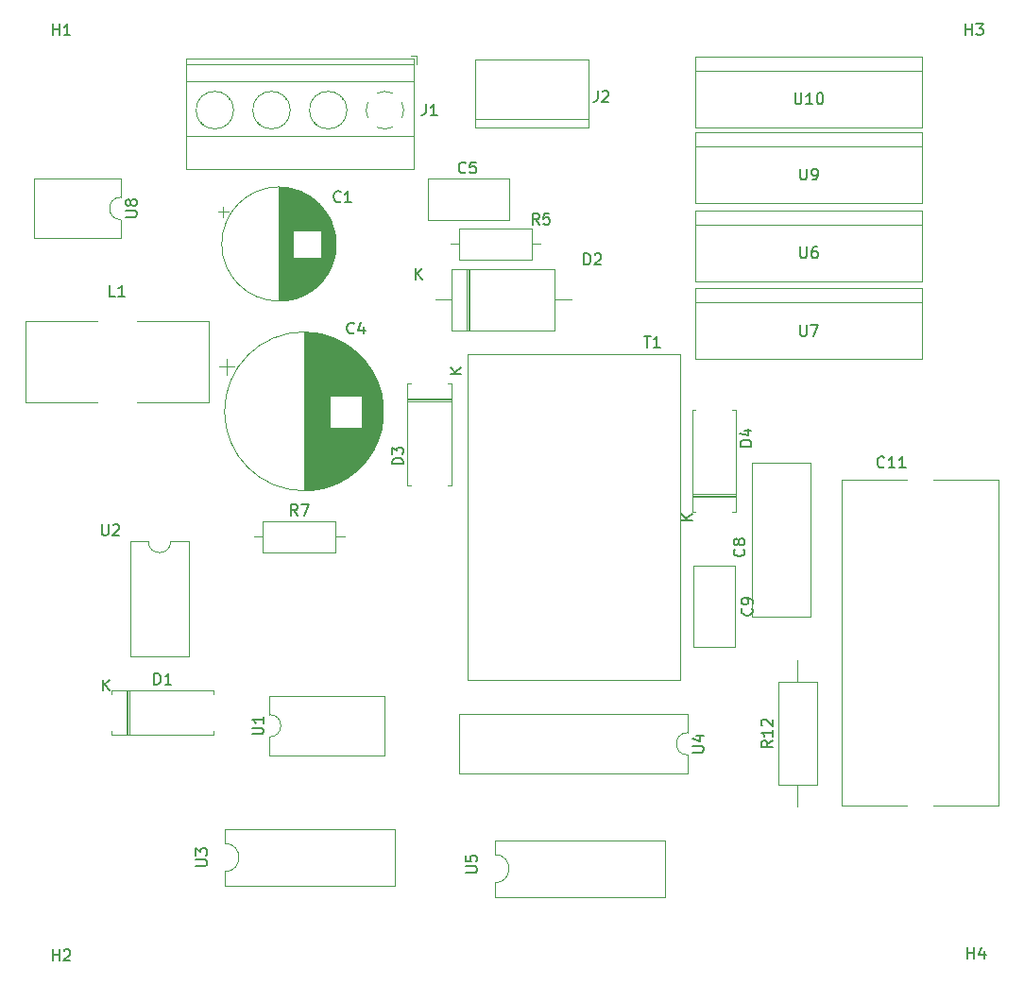
<source format=gto>
%TF.GenerationSoftware,KiCad,Pcbnew,(5.1.10-1-10_14)*%
%TF.CreationDate,2022-04-01T14:18:11+03:00*%
%TF.ProjectId,Convertor_15v_to_20v:500v,436f6e76-6572-4746-9f72-5f3135765f74,rev?*%
%TF.SameCoordinates,Original*%
%TF.FileFunction,Legend,Top*%
%TF.FilePolarity,Positive*%
%FSLAX46Y46*%
G04 Gerber Fmt 4.6, Leading zero omitted, Abs format (unit mm)*
G04 Created by KiCad (PCBNEW (5.1.10-1-10_14)) date 2022-04-01 14:18:11*
%MOMM*%
%LPD*%
G01*
G04 APERTURE LIST*
%ADD10C,0.120000*%
%ADD11C,0.150000*%
G04 APERTURE END LIST*
D10*
%TO.C,U10*%
X201160000Y-72190000D02*
X201160000Y-73460000D01*
X180840000Y-72190000D02*
X201160000Y-72190000D01*
X180840000Y-73460000D02*
X180840000Y-72190000D01*
X180840000Y-78540000D02*
X180840000Y-73460000D01*
X201160000Y-78540000D02*
X180840000Y-78540000D01*
X201160000Y-73460000D02*
X201160000Y-78540000D01*
X180840000Y-73460000D02*
X201160000Y-73460000D01*
%TO.C,U9*%
X201160000Y-78990000D02*
X201160000Y-80260000D01*
X180840000Y-78990000D02*
X201160000Y-78990000D01*
X180840000Y-80260000D02*
X180840000Y-78990000D01*
X180840000Y-85340000D02*
X180840000Y-80260000D01*
X201160000Y-85340000D02*
X180840000Y-85340000D01*
X201160000Y-80260000D02*
X201160000Y-85340000D01*
X180840000Y-80260000D02*
X201160000Y-80260000D01*
%TO.C,U8*%
X129330000Y-88460000D02*
X129330000Y-86810000D01*
X121590000Y-88460000D02*
X129330000Y-88460000D01*
X121590000Y-83160000D02*
X121590000Y-88460000D01*
X129330000Y-83160000D02*
X121590000Y-83160000D01*
X129330000Y-84810000D02*
X129330000Y-83160000D01*
X129330000Y-86810000D02*
G75*
G02*
X129330000Y-84810000I0J1000000D01*
G01*
%TO.C,U7*%
X201160000Y-92990000D02*
X201160000Y-94260000D01*
X180840000Y-92990000D02*
X201160000Y-92990000D01*
X180840000Y-94260000D02*
X180840000Y-92990000D01*
X180840000Y-99340000D02*
X180840000Y-94260000D01*
X201160000Y-99340000D02*
X180840000Y-99340000D01*
X201160000Y-94260000D02*
X201160000Y-99340000D01*
X180840000Y-94260000D02*
X201160000Y-94260000D01*
%TO.C,U6*%
X201160000Y-85990000D02*
X201160000Y-87260000D01*
X180840000Y-85990000D02*
X201160000Y-85990000D01*
X180840000Y-87260000D02*
X180840000Y-85990000D01*
X180840000Y-92340000D02*
X180840000Y-87260000D01*
X201160000Y-92340000D02*
X180840000Y-92340000D01*
X201160000Y-87260000D02*
X201160000Y-92340000D01*
X180840000Y-87260000D02*
X201160000Y-87260000D01*
%TO.C,U5*%
X162850000Y-147540000D02*
X178090000Y-147540000D01*
X178090000Y-147540000D02*
X178090000Y-142460000D01*
X178090000Y-142460000D02*
X162850000Y-142460000D01*
X162850000Y-142460000D02*
X162850000Y-143730000D01*
X162850000Y-147540000D02*
X162850000Y-146270000D01*
X162850000Y-143730000D02*
G75*
G02*
X162850000Y-146270000I0J-1270000D01*
G01*
%TO.C,U4*%
X180130000Y-136460000D02*
X180130000Y-134810000D01*
X159690000Y-136460000D02*
X180130000Y-136460000D01*
X159690000Y-131160000D02*
X159690000Y-136460000D01*
X180130000Y-131160000D02*
X159690000Y-131160000D01*
X180130000Y-132810000D02*
X180130000Y-131160000D01*
X180130000Y-134810000D02*
G75*
G02*
X180130000Y-132810000I0J1000000D01*
G01*
%TO.C,U3*%
X138650000Y-146540000D02*
X153890000Y-146540000D01*
X153890000Y-146540000D02*
X153890000Y-141460000D01*
X153890000Y-141460000D02*
X138650000Y-141460000D01*
X138650000Y-141460000D02*
X138650000Y-142730000D01*
X138650000Y-146540000D02*
X138650000Y-145270000D01*
X138650000Y-142730000D02*
G75*
G02*
X138650000Y-145270000I0J-1270000D01*
G01*
%TO.C,U2*%
X135460000Y-115670000D02*
X133810000Y-115670000D01*
X135460000Y-125950000D02*
X135460000Y-115670000D01*
X130160000Y-125950000D02*
X135460000Y-125950000D01*
X130160000Y-115670000D02*
X130160000Y-125950000D01*
X131810000Y-115670000D02*
X130160000Y-115670000D01*
X133810000Y-115670000D02*
G75*
G02*
X131810000Y-115670000I-1000000J0D01*
G01*
%TO.C,U1*%
X142670000Y-129540000D02*
X142670000Y-131190000D01*
X152950000Y-129540000D02*
X142670000Y-129540000D01*
X152950000Y-134840000D02*
X152950000Y-129540000D01*
X142670000Y-134840000D02*
X152950000Y-134840000D01*
X142670000Y-133190000D02*
X142670000Y-134840000D01*
X142670000Y-131190000D02*
G75*
G02*
X142670000Y-133190000I0J-1000000D01*
G01*
%TO.C,R12*%
X190000000Y-126300000D02*
X190000000Y-128260000D01*
X190000000Y-139460000D02*
X190000000Y-137500000D01*
X188280000Y-128260000D02*
X188280000Y-137500000D01*
X191720000Y-128260000D02*
X188280000Y-128260000D01*
X191720000Y-137500000D02*
X191720000Y-128260000D01*
X188280000Y-137500000D02*
X191720000Y-137500000D01*
%TO.C,R7*%
X149370000Y-115250000D02*
X148600000Y-115250000D01*
X141290000Y-115250000D02*
X142060000Y-115250000D01*
X148600000Y-113880000D02*
X142060000Y-113880000D01*
X148600000Y-116620000D02*
X148600000Y-113880000D01*
X142060000Y-116620000D02*
X148600000Y-116620000D01*
X142060000Y-113880000D02*
X142060000Y-116620000D01*
%TO.C,R5*%
X158880000Y-89000000D02*
X159650000Y-89000000D01*
X166960000Y-89000000D02*
X166190000Y-89000000D01*
X159650000Y-90370000D02*
X166190000Y-90370000D01*
X159650000Y-87630000D02*
X159650000Y-90370000D01*
X166190000Y-87630000D02*
X159650000Y-87630000D01*
X166190000Y-90370000D02*
X166190000Y-87630000D01*
%TO.C,L1*%
X137250000Y-95880000D02*
X137250000Y-103230000D01*
X120750000Y-95880000D02*
X120750000Y-103230000D01*
X130755000Y-103230000D02*
X137250000Y-103230000D01*
X120750000Y-103230000D02*
X127245000Y-103230000D01*
X130755000Y-95880000D02*
X137250000Y-95880000D01*
X120750000Y-95880000D02*
X127245000Y-95880000D01*
%TO.C,J2*%
X161110000Y-72444000D02*
X161110000Y-78540000D01*
X171270000Y-72444000D02*
X161110000Y-72444000D01*
X171270000Y-78540000D02*
X171270000Y-72444000D01*
X171270000Y-77778000D02*
X161110000Y-77778000D01*
X161110000Y-78540000D02*
X171270000Y-78540000D01*
%TO.C,J1*%
X155840000Y-72100000D02*
X155340000Y-72100000D01*
X155840000Y-72840000D02*
X155840000Y-72100000D01*
X138987000Y-75977000D02*
X139034000Y-75931000D01*
X136690000Y-78275000D02*
X136725000Y-78239000D01*
X138794000Y-75761000D02*
X138829000Y-75726000D01*
X136485000Y-78069000D02*
X136532000Y-78023000D01*
X144067000Y-75977000D02*
X144114000Y-75931000D01*
X141770000Y-78275000D02*
X141805000Y-78239000D01*
X143874000Y-75761000D02*
X143909000Y-75726000D01*
X141565000Y-78069000D02*
X141612000Y-78023000D01*
X149147000Y-75977000D02*
X149194000Y-75931000D01*
X146850000Y-78275000D02*
X146885000Y-78239000D01*
X148954000Y-75761000D02*
X148989000Y-75726000D01*
X146645000Y-78069000D02*
X146692000Y-78023000D01*
X135160000Y-82261000D02*
X135160000Y-72340000D01*
X155600000Y-82261000D02*
X155600000Y-72340000D01*
X155600000Y-72340000D02*
X135160000Y-72340000D01*
X155600000Y-82261000D02*
X135160000Y-82261000D01*
X155600000Y-79301000D02*
X135160000Y-79301000D01*
X155600000Y-74400000D02*
X135160000Y-74400000D01*
X155600000Y-72900000D02*
X135160000Y-72900000D01*
X139440000Y-77000000D02*
G75*
G03*
X139440000Y-77000000I-1680000J0D01*
G01*
X144520000Y-77000000D02*
G75*
G03*
X144520000Y-77000000I-1680000J0D01*
G01*
X149600000Y-77000000D02*
G75*
G03*
X149600000Y-77000000I-1680000J0D01*
G01*
X152971195Y-75319747D02*
G75*
G02*
X153684000Y-75465000I28805J-1680253D01*
G01*
X154535426Y-76316958D02*
G75*
G02*
X154535000Y-77684000I-1535426J-683042D01*
G01*
X153683042Y-78535426D02*
G75*
G02*
X152316000Y-78535000I-683042J1535426D01*
G01*
X151464574Y-77683042D02*
G75*
G02*
X151465000Y-76316000I1535426J683042D01*
G01*
X152316682Y-75465244D02*
G75*
G02*
X153000000Y-75320000I683318J-1534756D01*
G01*
%TO.C,T1*%
X179433000Y-128058000D02*
X160383000Y-128058000D01*
X179433000Y-98848000D02*
X179433000Y-128058000D01*
X160383000Y-98848000D02*
X179433000Y-98848000D01*
X160383000Y-128058000D02*
X160383000Y-98848000D01*
%TO.C,D4*%
X180530000Y-111655000D02*
X184470000Y-111655000D01*
X180530000Y-111415000D02*
X184470000Y-111415000D01*
X180530000Y-111535000D02*
X184470000Y-111535000D01*
X184470000Y-103850000D02*
X184140000Y-103850000D01*
X184470000Y-112990000D02*
X184470000Y-103850000D01*
X184140000Y-112990000D02*
X184470000Y-112990000D01*
X180530000Y-103850000D02*
X180860000Y-103850000D01*
X180530000Y-112990000D02*
X180530000Y-103850000D01*
X180860000Y-112990000D02*
X180530000Y-112990000D01*
%TO.C,D3*%
X158970000Y-102845000D02*
X155030000Y-102845000D01*
X158970000Y-103085000D02*
X155030000Y-103085000D01*
X158970000Y-102965000D02*
X155030000Y-102965000D01*
X155030000Y-110650000D02*
X155360000Y-110650000D01*
X155030000Y-101510000D02*
X155030000Y-110650000D01*
X155360000Y-101510000D02*
X155030000Y-101510000D01*
X158970000Y-110650000D02*
X158640000Y-110650000D01*
X158970000Y-101510000D02*
X158970000Y-110650000D01*
X158640000Y-101510000D02*
X158970000Y-101510000D01*
%TO.C,D2*%
X160350000Y-91230000D02*
X160350000Y-96770000D01*
X160590000Y-91230000D02*
X160590000Y-96770000D01*
X160470000Y-91230000D02*
X160470000Y-96770000D01*
X169700000Y-94000000D02*
X168240000Y-94000000D01*
X157540000Y-94000000D02*
X159000000Y-94000000D01*
X168240000Y-91230000D02*
X159000000Y-91230000D01*
X168240000Y-96770000D02*
X168240000Y-91230000D01*
X159000000Y-96770000D02*
X168240000Y-96770000D01*
X159000000Y-91230000D02*
X159000000Y-96770000D01*
%TO.C,D1*%
X129845000Y-129030000D02*
X129845000Y-132970000D01*
X130085000Y-129030000D02*
X130085000Y-132970000D01*
X129965000Y-129030000D02*
X129965000Y-132970000D01*
X137650000Y-132970000D02*
X137650000Y-132640000D01*
X128510000Y-132970000D02*
X137650000Y-132970000D01*
X128510000Y-132640000D02*
X128510000Y-132970000D01*
X137650000Y-129030000D02*
X137650000Y-129360000D01*
X128510000Y-129030000D02*
X137650000Y-129030000D01*
X128510000Y-129360000D02*
X128510000Y-129030000D01*
%TO.C,C11*%
X199815000Y-139370000D02*
X193980000Y-139370000D01*
X208020000Y-139370000D02*
X202185000Y-139370000D01*
X199815000Y-110130000D02*
X193980000Y-110130000D01*
X208020000Y-110130000D02*
X202185000Y-110130000D01*
X193980000Y-110130000D02*
X193980000Y-139370000D01*
X208020000Y-110130000D02*
X208020000Y-139370000D01*
%TO.C,C9*%
X184370000Y-125120000D02*
X180630000Y-125120000D01*
X184370000Y-117880000D02*
X180630000Y-117880000D01*
X180630000Y-117880000D02*
X180630000Y-125120000D01*
X184370000Y-117880000D02*
X184370000Y-125120000D01*
%TO.C,C8*%
X185880000Y-108630000D02*
X191120000Y-108630000D01*
X185880000Y-122370000D02*
X191120000Y-122370000D01*
X191120000Y-122370000D02*
X191120000Y-108630000D01*
X185880000Y-122370000D02*
X185880000Y-108630000D01*
%TO.C,C5*%
X156880000Y-86870000D02*
X156880000Y-83130000D01*
X164120000Y-86870000D02*
X164120000Y-83130000D01*
X164120000Y-83130000D02*
X156880000Y-83130000D01*
X164120000Y-86870000D02*
X156880000Y-86870000D01*
%TO.C,C4*%
X138830457Y-99305000D02*
X138830457Y-100705000D01*
X138130457Y-100005000D02*
X139530457Y-100005000D01*
X152831000Y-103286000D02*
X152831000Y-104714000D01*
X152791000Y-102975000D02*
X152791000Y-105025000D01*
X152751000Y-102738000D02*
X152751000Y-105262000D01*
X152711000Y-102539000D02*
X152711000Y-105461000D01*
X152671000Y-102364000D02*
X152671000Y-105636000D01*
X152631000Y-102206000D02*
X152631000Y-105794000D01*
X152591000Y-102062000D02*
X152591000Y-105938000D01*
X152551000Y-101929000D02*
X152551000Y-106071000D01*
X152511000Y-101804000D02*
X152511000Y-106196000D01*
X152471000Y-101687000D02*
X152471000Y-106313000D01*
X152431000Y-101575000D02*
X152431000Y-106425000D01*
X152391000Y-101470000D02*
X152391000Y-106530000D01*
X152351000Y-101368000D02*
X152351000Y-106632000D01*
X152311000Y-101272000D02*
X152311000Y-106728000D01*
X152271000Y-101179000D02*
X152271000Y-106821000D01*
X152231000Y-101089000D02*
X152231000Y-106911000D01*
X152191000Y-101003000D02*
X152191000Y-106997000D01*
X152151000Y-100920000D02*
X152151000Y-107080000D01*
X152111000Y-100839000D02*
X152111000Y-107161000D01*
X152071000Y-100760000D02*
X152071000Y-107240000D01*
X152031000Y-100685000D02*
X152031000Y-107315000D01*
X151991000Y-100611000D02*
X151991000Y-107389000D01*
X151951000Y-100539000D02*
X151951000Y-107461000D01*
X151911000Y-100469000D02*
X151911000Y-107531000D01*
X151871000Y-100401000D02*
X151871000Y-107599000D01*
X151831000Y-100334000D02*
X151831000Y-107666000D01*
X151791000Y-100270000D02*
X151791000Y-107730000D01*
X151751000Y-100206000D02*
X151751000Y-107794000D01*
X151711000Y-100144000D02*
X151711000Y-107856000D01*
X151671000Y-100084000D02*
X151671000Y-107916000D01*
X151631000Y-100025000D02*
X151631000Y-107975000D01*
X151591000Y-99967000D02*
X151591000Y-108033000D01*
X151551000Y-99910000D02*
X151551000Y-108090000D01*
X151511000Y-99854000D02*
X151511000Y-108146000D01*
X151471000Y-99800000D02*
X151471000Y-108200000D01*
X151431000Y-99746000D02*
X151431000Y-108254000D01*
X151391000Y-99694000D02*
X151391000Y-108306000D01*
X151351000Y-99642000D02*
X151351000Y-108358000D01*
X151311000Y-99592000D02*
X151311000Y-108408000D01*
X151271000Y-99542000D02*
X151271000Y-108458000D01*
X151231000Y-99494000D02*
X151231000Y-108506000D01*
X151191000Y-99446000D02*
X151191000Y-108554000D01*
X151151000Y-99399000D02*
X151151000Y-108601000D01*
X151111000Y-99353000D02*
X151111000Y-108647000D01*
X151071000Y-99307000D02*
X151071000Y-108693000D01*
X151031000Y-99263000D02*
X151031000Y-108737000D01*
X150991000Y-99219000D02*
X150991000Y-108781000D01*
X150951000Y-99176000D02*
X150951000Y-108824000D01*
X150911000Y-105440000D02*
X150911000Y-108866000D01*
X150911000Y-99134000D02*
X150911000Y-102560000D01*
X150871000Y-105440000D02*
X150871000Y-108908000D01*
X150871000Y-99092000D02*
X150871000Y-102560000D01*
X150831000Y-105440000D02*
X150831000Y-108949000D01*
X150831000Y-99051000D02*
X150831000Y-102560000D01*
X150791000Y-105440000D02*
X150791000Y-108990000D01*
X150791000Y-99010000D02*
X150791000Y-102560000D01*
X150751000Y-105440000D02*
X150751000Y-109029000D01*
X150751000Y-98971000D02*
X150751000Y-102560000D01*
X150711000Y-105440000D02*
X150711000Y-109069000D01*
X150711000Y-98931000D02*
X150711000Y-102560000D01*
X150671000Y-105440000D02*
X150671000Y-109107000D01*
X150671000Y-98893000D02*
X150671000Y-102560000D01*
X150631000Y-105440000D02*
X150631000Y-109145000D01*
X150631000Y-98855000D02*
X150631000Y-102560000D01*
X150591000Y-105440000D02*
X150591000Y-109182000D01*
X150591000Y-98818000D02*
X150591000Y-102560000D01*
X150551000Y-105440000D02*
X150551000Y-109219000D01*
X150551000Y-98781000D02*
X150551000Y-102560000D01*
X150511000Y-105440000D02*
X150511000Y-109255000D01*
X150511000Y-98745000D02*
X150511000Y-102560000D01*
X150471000Y-105440000D02*
X150471000Y-109291000D01*
X150471000Y-98709000D02*
X150471000Y-102560000D01*
X150431000Y-105440000D02*
X150431000Y-109326000D01*
X150431000Y-98674000D02*
X150431000Y-102560000D01*
X150391000Y-105440000D02*
X150391000Y-109361000D01*
X150391000Y-98639000D02*
X150391000Y-102560000D01*
X150351000Y-105440000D02*
X150351000Y-109395000D01*
X150351000Y-98605000D02*
X150351000Y-102560000D01*
X150311000Y-105440000D02*
X150311000Y-109429000D01*
X150311000Y-98571000D02*
X150311000Y-102560000D01*
X150271000Y-105440000D02*
X150271000Y-109462000D01*
X150271000Y-98538000D02*
X150271000Y-102560000D01*
X150231000Y-105440000D02*
X150231000Y-109494000D01*
X150231000Y-98506000D02*
X150231000Y-102560000D01*
X150191000Y-105440000D02*
X150191000Y-109527000D01*
X150191000Y-98473000D02*
X150191000Y-102560000D01*
X150151000Y-105440000D02*
X150151000Y-109558000D01*
X150151000Y-98442000D02*
X150151000Y-102560000D01*
X150111000Y-105440000D02*
X150111000Y-109589000D01*
X150111000Y-98411000D02*
X150111000Y-102560000D01*
X150071000Y-105440000D02*
X150071000Y-109620000D01*
X150071000Y-98380000D02*
X150071000Y-102560000D01*
X150031000Y-105440000D02*
X150031000Y-109650000D01*
X150031000Y-98350000D02*
X150031000Y-102560000D01*
X149991000Y-105440000D02*
X149991000Y-109680000D01*
X149991000Y-98320000D02*
X149991000Y-102560000D01*
X149951000Y-105440000D02*
X149951000Y-109710000D01*
X149951000Y-98290000D02*
X149951000Y-102560000D01*
X149911000Y-105440000D02*
X149911000Y-109739000D01*
X149911000Y-98261000D02*
X149911000Y-102560000D01*
X149871000Y-105440000D02*
X149871000Y-109767000D01*
X149871000Y-98233000D02*
X149871000Y-102560000D01*
X149831000Y-105440000D02*
X149831000Y-109796000D01*
X149831000Y-98204000D02*
X149831000Y-102560000D01*
X149791000Y-105440000D02*
X149791000Y-109823000D01*
X149791000Y-98177000D02*
X149791000Y-102560000D01*
X149751000Y-105440000D02*
X149751000Y-109851000D01*
X149751000Y-98149000D02*
X149751000Y-102560000D01*
X149711000Y-105440000D02*
X149711000Y-109878000D01*
X149711000Y-98122000D02*
X149711000Y-102560000D01*
X149671000Y-105440000D02*
X149671000Y-109904000D01*
X149671000Y-98096000D02*
X149671000Y-102560000D01*
X149631000Y-105440000D02*
X149631000Y-109930000D01*
X149631000Y-98070000D02*
X149631000Y-102560000D01*
X149591000Y-105440000D02*
X149591000Y-109956000D01*
X149591000Y-98044000D02*
X149591000Y-102560000D01*
X149551000Y-105440000D02*
X149551000Y-109982000D01*
X149551000Y-98018000D02*
X149551000Y-102560000D01*
X149511000Y-105440000D02*
X149511000Y-110007000D01*
X149511000Y-97993000D02*
X149511000Y-102560000D01*
X149471000Y-105440000D02*
X149471000Y-110031000D01*
X149471000Y-97969000D02*
X149471000Y-102560000D01*
X149431000Y-105440000D02*
X149431000Y-110056000D01*
X149431000Y-97944000D02*
X149431000Y-102560000D01*
X149391000Y-105440000D02*
X149391000Y-110080000D01*
X149391000Y-97920000D02*
X149391000Y-102560000D01*
X149351000Y-105440000D02*
X149351000Y-110103000D01*
X149351000Y-97897000D02*
X149351000Y-102560000D01*
X149311000Y-105440000D02*
X149311000Y-110127000D01*
X149311000Y-97873000D02*
X149311000Y-102560000D01*
X149271000Y-105440000D02*
X149271000Y-110150000D01*
X149271000Y-97850000D02*
X149271000Y-102560000D01*
X149231000Y-105440000D02*
X149231000Y-110172000D01*
X149231000Y-97828000D02*
X149231000Y-102560000D01*
X149191000Y-105440000D02*
X149191000Y-110194000D01*
X149191000Y-97806000D02*
X149191000Y-102560000D01*
X149151000Y-105440000D02*
X149151000Y-110216000D01*
X149151000Y-97784000D02*
X149151000Y-102560000D01*
X149111000Y-105440000D02*
X149111000Y-110238000D01*
X149111000Y-97762000D02*
X149111000Y-102560000D01*
X149071000Y-105440000D02*
X149071000Y-110259000D01*
X149071000Y-97741000D02*
X149071000Y-102560000D01*
X149031000Y-105440000D02*
X149031000Y-110280000D01*
X149031000Y-97720000D02*
X149031000Y-102560000D01*
X148991000Y-105440000D02*
X148991000Y-110301000D01*
X148991000Y-97699000D02*
X148991000Y-102560000D01*
X148951000Y-105440000D02*
X148951000Y-110321000D01*
X148951000Y-97679000D02*
X148951000Y-102560000D01*
X148911000Y-105440000D02*
X148911000Y-110341000D01*
X148911000Y-97659000D02*
X148911000Y-102560000D01*
X148871000Y-105440000D02*
X148871000Y-110360000D01*
X148871000Y-97640000D02*
X148871000Y-102560000D01*
X148831000Y-105440000D02*
X148831000Y-110380000D01*
X148831000Y-97620000D02*
X148831000Y-102560000D01*
X148791000Y-105440000D02*
X148791000Y-110399000D01*
X148791000Y-97601000D02*
X148791000Y-102560000D01*
X148751000Y-105440000D02*
X148751000Y-110418000D01*
X148751000Y-97582000D02*
X148751000Y-102560000D01*
X148711000Y-105440000D02*
X148711000Y-110436000D01*
X148711000Y-97564000D02*
X148711000Y-102560000D01*
X148671000Y-105440000D02*
X148671000Y-110454000D01*
X148671000Y-97546000D02*
X148671000Y-102560000D01*
X148631000Y-105440000D02*
X148631000Y-110472000D01*
X148631000Y-97528000D02*
X148631000Y-102560000D01*
X148591000Y-105440000D02*
X148591000Y-110490000D01*
X148591000Y-97510000D02*
X148591000Y-102560000D01*
X148551000Y-105440000D02*
X148551000Y-110507000D01*
X148551000Y-97493000D02*
X148551000Y-102560000D01*
X148511000Y-105440000D02*
X148511000Y-110524000D01*
X148511000Y-97476000D02*
X148511000Y-102560000D01*
X148471000Y-105440000D02*
X148471000Y-110540000D01*
X148471000Y-97460000D02*
X148471000Y-102560000D01*
X148431000Y-105440000D02*
X148431000Y-110557000D01*
X148431000Y-97443000D02*
X148431000Y-102560000D01*
X148391000Y-105440000D02*
X148391000Y-110573000D01*
X148391000Y-97427000D02*
X148391000Y-102560000D01*
X148351000Y-105440000D02*
X148351000Y-110589000D01*
X148351000Y-97411000D02*
X148351000Y-102560000D01*
X148311000Y-105440000D02*
X148311000Y-110604000D01*
X148311000Y-97396000D02*
X148311000Y-102560000D01*
X148271000Y-105440000D02*
X148271000Y-110620000D01*
X148271000Y-97380000D02*
X148271000Y-102560000D01*
X148231000Y-105440000D02*
X148231000Y-110635000D01*
X148231000Y-97365000D02*
X148231000Y-102560000D01*
X148191000Y-105440000D02*
X148191000Y-110649000D01*
X148191000Y-97351000D02*
X148191000Y-102560000D01*
X148151000Y-105440000D02*
X148151000Y-110664000D01*
X148151000Y-97336000D02*
X148151000Y-102560000D01*
X148111000Y-105440000D02*
X148111000Y-110678000D01*
X148111000Y-97322000D02*
X148111000Y-102560000D01*
X148071000Y-105440000D02*
X148071000Y-110692000D01*
X148071000Y-97308000D02*
X148071000Y-102560000D01*
X148031000Y-97294000D02*
X148031000Y-110706000D01*
X147991000Y-97281000D02*
X147991000Y-110719000D01*
X147951000Y-97268000D02*
X147951000Y-110732000D01*
X147911000Y-97255000D02*
X147911000Y-110745000D01*
X147871000Y-97242000D02*
X147871000Y-110758000D01*
X147831000Y-97230000D02*
X147831000Y-110770000D01*
X147791000Y-97218000D02*
X147791000Y-110782000D01*
X147751000Y-97206000D02*
X147751000Y-110794000D01*
X147711000Y-97195000D02*
X147711000Y-110805000D01*
X147671000Y-97183000D02*
X147671000Y-110817000D01*
X147631000Y-97172000D02*
X147631000Y-110828000D01*
X147591000Y-97161000D02*
X147591000Y-110839000D01*
X147551000Y-97151000D02*
X147551000Y-110849000D01*
X147511000Y-97140000D02*
X147511000Y-110860000D01*
X147471000Y-97130000D02*
X147471000Y-110870000D01*
X147431000Y-97121000D02*
X147431000Y-110879000D01*
X147391000Y-97111000D02*
X147391000Y-110889000D01*
X147351000Y-97102000D02*
X147351000Y-110898000D01*
X147311000Y-97093000D02*
X147311000Y-110907000D01*
X147271000Y-97084000D02*
X147271000Y-110916000D01*
X147231000Y-97075000D02*
X147231000Y-110925000D01*
X147191000Y-97067000D02*
X147191000Y-110933000D01*
X147151000Y-97058000D02*
X147151000Y-110942000D01*
X147111000Y-97051000D02*
X147111000Y-110949000D01*
X147071000Y-97043000D02*
X147071000Y-110957000D01*
X147031000Y-97036000D02*
X147031000Y-110964000D01*
X146991000Y-97028000D02*
X146991000Y-110972000D01*
X146951000Y-97021000D02*
X146951000Y-110979000D01*
X146911000Y-97015000D02*
X146911000Y-110985000D01*
X146871000Y-97008000D02*
X146871000Y-110992000D01*
X146831000Y-97002000D02*
X146831000Y-110998000D01*
X146791000Y-96996000D02*
X146791000Y-111004000D01*
X146751000Y-96990000D02*
X146751000Y-111010000D01*
X146711000Y-96985000D02*
X146711000Y-111015000D01*
X146671000Y-96979000D02*
X146671000Y-111021000D01*
X146631000Y-96974000D02*
X146631000Y-111026000D01*
X146591000Y-96969000D02*
X146591000Y-111031000D01*
X146551000Y-96965000D02*
X146551000Y-111035000D01*
X146511000Y-96960000D02*
X146511000Y-111040000D01*
X146471000Y-96956000D02*
X146471000Y-111044000D01*
X146430000Y-96952000D02*
X146430000Y-111048000D01*
X146390000Y-96948000D02*
X146390000Y-111052000D01*
X146350000Y-96945000D02*
X146350000Y-111055000D01*
X146310000Y-96942000D02*
X146310000Y-111058000D01*
X146270000Y-96939000D02*
X146270000Y-111061000D01*
X146230000Y-96936000D02*
X146230000Y-111064000D01*
X146190000Y-96933000D02*
X146190000Y-111067000D01*
X146150000Y-96931000D02*
X146150000Y-111069000D01*
X146110000Y-96929000D02*
X146110000Y-111071000D01*
X146070000Y-96927000D02*
X146070000Y-111073000D01*
X146030000Y-96925000D02*
X146030000Y-111075000D01*
X145990000Y-96924000D02*
X145990000Y-111076000D01*
X145950000Y-96922000D02*
X145950000Y-111078000D01*
X145910000Y-96921000D02*
X145910000Y-111079000D01*
X145870000Y-96921000D02*
X145870000Y-111079000D01*
X145830000Y-96920000D02*
X145830000Y-111080000D01*
X145790000Y-96920000D02*
X145790000Y-111080000D01*
X145750000Y-96920000D02*
X145750000Y-111080000D01*
X152870000Y-104000000D02*
G75*
G03*
X152870000Y-104000000I-7120000J0D01*
G01*
%TO.C,C1*%
X138520354Y-85625000D02*
X138520354Y-86625000D01*
X138020354Y-86125000D02*
X139020354Y-86125000D01*
X148581000Y-88401000D02*
X148581000Y-89599000D01*
X148541000Y-88138000D02*
X148541000Y-89862000D01*
X148501000Y-87938000D02*
X148501000Y-90062000D01*
X148461000Y-87770000D02*
X148461000Y-90230000D01*
X148421000Y-87622000D02*
X148421000Y-90378000D01*
X148381000Y-87490000D02*
X148381000Y-90510000D01*
X148341000Y-87370000D02*
X148341000Y-90630000D01*
X148301000Y-87258000D02*
X148301000Y-90742000D01*
X148261000Y-87154000D02*
X148261000Y-90846000D01*
X148221000Y-87056000D02*
X148221000Y-90944000D01*
X148181000Y-86963000D02*
X148181000Y-91037000D01*
X148141000Y-86875000D02*
X148141000Y-91125000D01*
X148101000Y-86791000D02*
X148101000Y-91209000D01*
X148061000Y-86711000D02*
X148061000Y-91289000D01*
X148021000Y-86635000D02*
X148021000Y-91365000D01*
X147981000Y-86561000D02*
X147981000Y-91439000D01*
X147941000Y-86490000D02*
X147941000Y-91510000D01*
X147901000Y-86421000D02*
X147901000Y-91579000D01*
X147861000Y-86355000D02*
X147861000Y-91645000D01*
X147821000Y-86291000D02*
X147821000Y-91709000D01*
X147781000Y-86230000D02*
X147781000Y-91770000D01*
X147741000Y-86170000D02*
X147741000Y-91830000D01*
X147701000Y-86111000D02*
X147701000Y-91889000D01*
X147661000Y-86055000D02*
X147661000Y-91945000D01*
X147621000Y-86000000D02*
X147621000Y-92000000D01*
X147581000Y-85946000D02*
X147581000Y-92054000D01*
X147541000Y-85894000D02*
X147541000Y-92106000D01*
X147501000Y-85844000D02*
X147501000Y-92156000D01*
X147461000Y-85794000D02*
X147461000Y-92206000D01*
X147421000Y-85746000D02*
X147421000Y-92254000D01*
X147381000Y-85699000D02*
X147381000Y-92301000D01*
X147341000Y-85653000D02*
X147341000Y-92347000D01*
X147301000Y-85608000D02*
X147301000Y-92392000D01*
X147261000Y-85564000D02*
X147261000Y-92436000D01*
X147221000Y-90241000D02*
X147221000Y-92478000D01*
X147221000Y-85522000D02*
X147221000Y-87759000D01*
X147181000Y-90241000D02*
X147181000Y-92520000D01*
X147181000Y-85480000D02*
X147181000Y-87759000D01*
X147141000Y-90241000D02*
X147141000Y-92561000D01*
X147141000Y-85439000D02*
X147141000Y-87759000D01*
X147101000Y-90241000D02*
X147101000Y-92601000D01*
X147101000Y-85399000D02*
X147101000Y-87759000D01*
X147061000Y-90241000D02*
X147061000Y-92640000D01*
X147061000Y-85360000D02*
X147061000Y-87759000D01*
X147021000Y-90241000D02*
X147021000Y-92679000D01*
X147021000Y-85321000D02*
X147021000Y-87759000D01*
X146981000Y-90241000D02*
X146981000Y-92716000D01*
X146981000Y-85284000D02*
X146981000Y-87759000D01*
X146941000Y-90241000D02*
X146941000Y-92753000D01*
X146941000Y-85247000D02*
X146941000Y-87759000D01*
X146901000Y-90241000D02*
X146901000Y-92789000D01*
X146901000Y-85211000D02*
X146901000Y-87759000D01*
X146861000Y-90241000D02*
X146861000Y-92824000D01*
X146861000Y-85176000D02*
X146861000Y-87759000D01*
X146821000Y-90241000D02*
X146821000Y-92858000D01*
X146821000Y-85142000D02*
X146821000Y-87759000D01*
X146781000Y-90241000D02*
X146781000Y-92892000D01*
X146781000Y-85108000D02*
X146781000Y-87759000D01*
X146741000Y-90241000D02*
X146741000Y-92925000D01*
X146741000Y-85075000D02*
X146741000Y-87759000D01*
X146701000Y-90241000D02*
X146701000Y-92957000D01*
X146701000Y-85043000D02*
X146701000Y-87759000D01*
X146661000Y-90241000D02*
X146661000Y-92989000D01*
X146661000Y-85011000D02*
X146661000Y-87759000D01*
X146621000Y-90241000D02*
X146621000Y-93020000D01*
X146621000Y-84980000D02*
X146621000Y-87759000D01*
X146581000Y-90241000D02*
X146581000Y-93050000D01*
X146581000Y-84950000D02*
X146581000Y-87759000D01*
X146541000Y-90241000D02*
X146541000Y-93080000D01*
X146541000Y-84920000D02*
X146541000Y-87759000D01*
X146501000Y-90241000D02*
X146501000Y-93110000D01*
X146501000Y-84890000D02*
X146501000Y-87759000D01*
X146461000Y-90241000D02*
X146461000Y-93138000D01*
X146461000Y-84862000D02*
X146461000Y-87759000D01*
X146421000Y-90241000D02*
X146421000Y-93166000D01*
X146421000Y-84834000D02*
X146421000Y-87759000D01*
X146381000Y-90241000D02*
X146381000Y-93194000D01*
X146381000Y-84806000D02*
X146381000Y-87759000D01*
X146341000Y-90241000D02*
X146341000Y-93221000D01*
X146341000Y-84779000D02*
X146341000Y-87759000D01*
X146301000Y-90241000D02*
X146301000Y-93247000D01*
X146301000Y-84753000D02*
X146301000Y-87759000D01*
X146261000Y-90241000D02*
X146261000Y-93273000D01*
X146261000Y-84727000D02*
X146261000Y-87759000D01*
X146221000Y-90241000D02*
X146221000Y-93298000D01*
X146221000Y-84702000D02*
X146221000Y-87759000D01*
X146181000Y-90241000D02*
X146181000Y-93323000D01*
X146181000Y-84677000D02*
X146181000Y-87759000D01*
X146141000Y-90241000D02*
X146141000Y-93347000D01*
X146141000Y-84653000D02*
X146141000Y-87759000D01*
X146101000Y-90241000D02*
X146101000Y-93371000D01*
X146101000Y-84629000D02*
X146101000Y-87759000D01*
X146061000Y-90241000D02*
X146061000Y-93395000D01*
X146061000Y-84605000D02*
X146061000Y-87759000D01*
X146021000Y-90241000D02*
X146021000Y-93417000D01*
X146021000Y-84583000D02*
X146021000Y-87759000D01*
X145981000Y-90241000D02*
X145981000Y-93440000D01*
X145981000Y-84560000D02*
X145981000Y-87759000D01*
X145941000Y-90241000D02*
X145941000Y-93462000D01*
X145941000Y-84538000D02*
X145941000Y-87759000D01*
X145901000Y-90241000D02*
X145901000Y-93483000D01*
X145901000Y-84517000D02*
X145901000Y-87759000D01*
X145861000Y-90241000D02*
X145861000Y-93504000D01*
X145861000Y-84496000D02*
X145861000Y-87759000D01*
X145821000Y-90241000D02*
X145821000Y-93525000D01*
X145821000Y-84475000D02*
X145821000Y-87759000D01*
X145781000Y-90241000D02*
X145781000Y-93545000D01*
X145781000Y-84455000D02*
X145781000Y-87759000D01*
X145741000Y-90241000D02*
X145741000Y-93564000D01*
X145741000Y-84436000D02*
X145741000Y-87759000D01*
X145701000Y-90241000D02*
X145701000Y-93584000D01*
X145701000Y-84416000D02*
X145701000Y-87759000D01*
X145661000Y-90241000D02*
X145661000Y-93603000D01*
X145661000Y-84397000D02*
X145661000Y-87759000D01*
X145621000Y-90241000D02*
X145621000Y-93621000D01*
X145621000Y-84379000D02*
X145621000Y-87759000D01*
X145581000Y-90241000D02*
X145581000Y-93639000D01*
X145581000Y-84361000D02*
X145581000Y-87759000D01*
X145541000Y-90241000D02*
X145541000Y-93657000D01*
X145541000Y-84343000D02*
X145541000Y-87759000D01*
X145501000Y-90241000D02*
X145501000Y-93674000D01*
X145501000Y-84326000D02*
X145501000Y-87759000D01*
X145461000Y-90241000D02*
X145461000Y-93690000D01*
X145461000Y-84310000D02*
X145461000Y-87759000D01*
X145421000Y-90241000D02*
X145421000Y-93707000D01*
X145421000Y-84293000D02*
X145421000Y-87759000D01*
X145381000Y-90241000D02*
X145381000Y-93723000D01*
X145381000Y-84277000D02*
X145381000Y-87759000D01*
X145341000Y-90241000D02*
X145341000Y-93738000D01*
X145341000Y-84262000D02*
X145341000Y-87759000D01*
X145301000Y-90241000D02*
X145301000Y-93754000D01*
X145301000Y-84246000D02*
X145301000Y-87759000D01*
X145261000Y-90241000D02*
X145261000Y-93768000D01*
X145261000Y-84232000D02*
X145261000Y-87759000D01*
X145221000Y-90241000D02*
X145221000Y-93783000D01*
X145221000Y-84217000D02*
X145221000Y-87759000D01*
X145181000Y-90241000D02*
X145181000Y-93797000D01*
X145181000Y-84203000D02*
X145181000Y-87759000D01*
X145141000Y-90241000D02*
X145141000Y-93811000D01*
X145141000Y-84189000D02*
X145141000Y-87759000D01*
X145101000Y-90241000D02*
X145101000Y-93824000D01*
X145101000Y-84176000D02*
X145101000Y-87759000D01*
X145061000Y-90241000D02*
X145061000Y-93837000D01*
X145061000Y-84163000D02*
X145061000Y-87759000D01*
X145021000Y-90241000D02*
X145021000Y-93850000D01*
X145021000Y-84150000D02*
X145021000Y-87759000D01*
X144981000Y-90241000D02*
X144981000Y-93862000D01*
X144981000Y-84138000D02*
X144981000Y-87759000D01*
X144941000Y-90241000D02*
X144941000Y-93874000D01*
X144941000Y-84126000D02*
X144941000Y-87759000D01*
X144901000Y-90241000D02*
X144901000Y-93885000D01*
X144901000Y-84115000D02*
X144901000Y-87759000D01*
X144861000Y-90241000D02*
X144861000Y-93897000D01*
X144861000Y-84103000D02*
X144861000Y-87759000D01*
X144821000Y-90241000D02*
X144821000Y-93907000D01*
X144821000Y-84093000D02*
X144821000Y-87759000D01*
X144781000Y-90241000D02*
X144781000Y-93918000D01*
X144781000Y-84082000D02*
X144781000Y-87759000D01*
X144741000Y-84072000D02*
X144741000Y-93928000D01*
X144701000Y-84062000D02*
X144701000Y-93938000D01*
X144661000Y-84053000D02*
X144661000Y-93947000D01*
X144621000Y-84044000D02*
X144621000Y-93956000D01*
X144581000Y-84035000D02*
X144581000Y-93965000D01*
X144541000Y-84026000D02*
X144541000Y-93974000D01*
X144501000Y-84018000D02*
X144501000Y-93982000D01*
X144461000Y-84010000D02*
X144461000Y-93990000D01*
X144421000Y-84003000D02*
X144421000Y-93997000D01*
X144381000Y-83996000D02*
X144381000Y-94004000D01*
X144341000Y-83989000D02*
X144341000Y-94011000D01*
X144301000Y-83982000D02*
X144301000Y-94018000D01*
X144261000Y-83976000D02*
X144261000Y-94024000D01*
X144221000Y-83970000D02*
X144221000Y-94030000D01*
X144180000Y-83965000D02*
X144180000Y-94035000D01*
X144140000Y-83960000D02*
X144140000Y-94040000D01*
X144100000Y-83955000D02*
X144100000Y-94045000D01*
X144060000Y-83950000D02*
X144060000Y-94050000D01*
X144020000Y-83946000D02*
X144020000Y-94054000D01*
X143980000Y-83942000D02*
X143980000Y-94058000D01*
X143940000Y-83938000D02*
X143940000Y-94062000D01*
X143900000Y-83935000D02*
X143900000Y-94065000D01*
X143860000Y-83932000D02*
X143860000Y-94068000D01*
X143820000Y-83930000D02*
X143820000Y-94070000D01*
X143780000Y-83927000D02*
X143780000Y-94073000D01*
X143740000Y-83925000D02*
X143740000Y-94075000D01*
X143700000Y-83923000D02*
X143700000Y-94077000D01*
X143660000Y-83922000D02*
X143660000Y-94078000D01*
X143620000Y-83921000D02*
X143620000Y-94079000D01*
X143580000Y-83920000D02*
X143580000Y-94080000D01*
X143540000Y-83920000D02*
X143540000Y-94080000D01*
X143500000Y-83920000D02*
X143500000Y-94080000D01*
X148620000Y-89000000D02*
G75*
G03*
X148620000Y-89000000I-5120000J0D01*
G01*
%TO.C,H4*%
D11*
X205238095Y-153052380D02*
X205238095Y-152052380D01*
X205238095Y-152528571D02*
X205809523Y-152528571D01*
X205809523Y-153052380D02*
X205809523Y-152052380D01*
X206714285Y-152385714D02*
X206714285Y-153052380D01*
X206476190Y-152004761D02*
X206238095Y-152719047D01*
X206857142Y-152719047D01*
%TO.C,H3*%
X205038095Y-70252380D02*
X205038095Y-69252380D01*
X205038095Y-69728571D02*
X205609523Y-69728571D01*
X205609523Y-70252380D02*
X205609523Y-69252380D01*
X205990476Y-69252380D02*
X206609523Y-69252380D01*
X206276190Y-69633333D01*
X206419047Y-69633333D01*
X206514285Y-69680952D01*
X206561904Y-69728571D01*
X206609523Y-69823809D01*
X206609523Y-70061904D01*
X206561904Y-70157142D01*
X206514285Y-70204761D01*
X206419047Y-70252380D01*
X206133333Y-70252380D01*
X206038095Y-70204761D01*
X205990476Y-70157142D01*
%TO.C,H2*%
X123238095Y-153252380D02*
X123238095Y-152252380D01*
X123238095Y-152728571D02*
X123809523Y-152728571D01*
X123809523Y-153252380D02*
X123809523Y-152252380D01*
X124238095Y-152347619D02*
X124285714Y-152300000D01*
X124380952Y-152252380D01*
X124619047Y-152252380D01*
X124714285Y-152300000D01*
X124761904Y-152347619D01*
X124809523Y-152442857D01*
X124809523Y-152538095D01*
X124761904Y-152680952D01*
X124190476Y-153252380D01*
X124809523Y-153252380D01*
%TO.C,H1*%
X123238095Y-70252380D02*
X123238095Y-69252380D01*
X123238095Y-69728571D02*
X123809523Y-69728571D01*
X123809523Y-70252380D02*
X123809523Y-69252380D01*
X124809523Y-70252380D02*
X124238095Y-70252380D01*
X124523809Y-70252380D02*
X124523809Y-69252380D01*
X124428571Y-69395238D01*
X124333333Y-69490476D01*
X124238095Y-69538095D01*
%TO.C,U10*%
X189761904Y-75452380D02*
X189761904Y-76261904D01*
X189809523Y-76357142D01*
X189857142Y-76404761D01*
X189952380Y-76452380D01*
X190142857Y-76452380D01*
X190238095Y-76404761D01*
X190285714Y-76357142D01*
X190333333Y-76261904D01*
X190333333Y-75452380D01*
X191333333Y-76452380D02*
X190761904Y-76452380D01*
X191047619Y-76452380D02*
X191047619Y-75452380D01*
X190952380Y-75595238D01*
X190857142Y-75690476D01*
X190761904Y-75738095D01*
X191952380Y-75452380D02*
X192047619Y-75452380D01*
X192142857Y-75500000D01*
X192190476Y-75547619D01*
X192238095Y-75642857D01*
X192285714Y-75833333D01*
X192285714Y-76071428D01*
X192238095Y-76261904D01*
X192190476Y-76357142D01*
X192142857Y-76404761D01*
X192047619Y-76452380D01*
X191952380Y-76452380D01*
X191857142Y-76404761D01*
X191809523Y-76357142D01*
X191761904Y-76261904D01*
X191714285Y-76071428D01*
X191714285Y-75833333D01*
X191761904Y-75642857D01*
X191809523Y-75547619D01*
X191857142Y-75500000D01*
X191952380Y-75452380D01*
%TO.C,U9*%
X190238095Y-82252380D02*
X190238095Y-83061904D01*
X190285714Y-83157142D01*
X190333333Y-83204761D01*
X190428571Y-83252380D01*
X190619047Y-83252380D01*
X190714285Y-83204761D01*
X190761904Y-83157142D01*
X190809523Y-83061904D01*
X190809523Y-82252380D01*
X191333333Y-83252380D02*
X191523809Y-83252380D01*
X191619047Y-83204761D01*
X191666666Y-83157142D01*
X191761904Y-83014285D01*
X191809523Y-82823809D01*
X191809523Y-82442857D01*
X191761904Y-82347619D01*
X191714285Y-82300000D01*
X191619047Y-82252380D01*
X191428571Y-82252380D01*
X191333333Y-82300000D01*
X191285714Y-82347619D01*
X191238095Y-82442857D01*
X191238095Y-82680952D01*
X191285714Y-82776190D01*
X191333333Y-82823809D01*
X191428571Y-82871428D01*
X191619047Y-82871428D01*
X191714285Y-82823809D01*
X191761904Y-82776190D01*
X191809523Y-82680952D01*
%TO.C,U8*%
X129782380Y-86571904D02*
X130591904Y-86571904D01*
X130687142Y-86524285D01*
X130734761Y-86476666D01*
X130782380Y-86381428D01*
X130782380Y-86190952D01*
X130734761Y-86095714D01*
X130687142Y-86048095D01*
X130591904Y-86000476D01*
X129782380Y-86000476D01*
X130210952Y-85381428D02*
X130163333Y-85476666D01*
X130115714Y-85524285D01*
X130020476Y-85571904D01*
X129972857Y-85571904D01*
X129877619Y-85524285D01*
X129830000Y-85476666D01*
X129782380Y-85381428D01*
X129782380Y-85190952D01*
X129830000Y-85095714D01*
X129877619Y-85048095D01*
X129972857Y-85000476D01*
X130020476Y-85000476D01*
X130115714Y-85048095D01*
X130163333Y-85095714D01*
X130210952Y-85190952D01*
X130210952Y-85381428D01*
X130258571Y-85476666D01*
X130306190Y-85524285D01*
X130401428Y-85571904D01*
X130591904Y-85571904D01*
X130687142Y-85524285D01*
X130734761Y-85476666D01*
X130782380Y-85381428D01*
X130782380Y-85190952D01*
X130734761Y-85095714D01*
X130687142Y-85048095D01*
X130591904Y-85000476D01*
X130401428Y-85000476D01*
X130306190Y-85048095D01*
X130258571Y-85095714D01*
X130210952Y-85190952D01*
%TO.C,U7*%
X190238095Y-96252380D02*
X190238095Y-97061904D01*
X190285714Y-97157142D01*
X190333333Y-97204761D01*
X190428571Y-97252380D01*
X190619047Y-97252380D01*
X190714285Y-97204761D01*
X190761904Y-97157142D01*
X190809523Y-97061904D01*
X190809523Y-96252380D01*
X191190476Y-96252380D02*
X191857142Y-96252380D01*
X191428571Y-97252380D01*
%TO.C,U6*%
X190238095Y-89252380D02*
X190238095Y-90061904D01*
X190285714Y-90157142D01*
X190333333Y-90204761D01*
X190428571Y-90252380D01*
X190619047Y-90252380D01*
X190714285Y-90204761D01*
X190761904Y-90157142D01*
X190809523Y-90061904D01*
X190809523Y-89252380D01*
X191714285Y-89252380D02*
X191523809Y-89252380D01*
X191428571Y-89300000D01*
X191380952Y-89347619D01*
X191285714Y-89490476D01*
X191238095Y-89680952D01*
X191238095Y-90061904D01*
X191285714Y-90157142D01*
X191333333Y-90204761D01*
X191428571Y-90252380D01*
X191619047Y-90252380D01*
X191714285Y-90204761D01*
X191761904Y-90157142D01*
X191809523Y-90061904D01*
X191809523Y-89823809D01*
X191761904Y-89728571D01*
X191714285Y-89680952D01*
X191619047Y-89633333D01*
X191428571Y-89633333D01*
X191333333Y-89680952D01*
X191285714Y-89728571D01*
X191238095Y-89823809D01*
%TO.C,U5*%
X160252380Y-145361904D02*
X161061904Y-145361904D01*
X161157142Y-145314285D01*
X161204761Y-145266666D01*
X161252380Y-145171428D01*
X161252380Y-144980952D01*
X161204761Y-144885714D01*
X161157142Y-144838095D01*
X161061904Y-144790476D01*
X160252380Y-144790476D01*
X160252380Y-143838095D02*
X160252380Y-144314285D01*
X160728571Y-144361904D01*
X160680952Y-144314285D01*
X160633333Y-144219047D01*
X160633333Y-143980952D01*
X160680952Y-143885714D01*
X160728571Y-143838095D01*
X160823809Y-143790476D01*
X161061904Y-143790476D01*
X161157142Y-143838095D01*
X161204761Y-143885714D01*
X161252380Y-143980952D01*
X161252380Y-144219047D01*
X161204761Y-144314285D01*
X161157142Y-144361904D01*
%TO.C,U4*%
X180582380Y-134571904D02*
X181391904Y-134571904D01*
X181487142Y-134524285D01*
X181534761Y-134476666D01*
X181582380Y-134381428D01*
X181582380Y-134190952D01*
X181534761Y-134095714D01*
X181487142Y-134048095D01*
X181391904Y-134000476D01*
X180582380Y-134000476D01*
X180915714Y-133095714D02*
X181582380Y-133095714D01*
X180534761Y-133333809D02*
X181249047Y-133571904D01*
X181249047Y-132952857D01*
%TO.C,U3*%
X136052380Y-144761904D02*
X136861904Y-144761904D01*
X136957142Y-144714285D01*
X137004761Y-144666666D01*
X137052380Y-144571428D01*
X137052380Y-144380952D01*
X137004761Y-144285714D01*
X136957142Y-144238095D01*
X136861904Y-144190476D01*
X136052380Y-144190476D01*
X136052380Y-143809523D02*
X136052380Y-143190476D01*
X136433333Y-143523809D01*
X136433333Y-143380952D01*
X136480952Y-143285714D01*
X136528571Y-143238095D01*
X136623809Y-143190476D01*
X136861904Y-143190476D01*
X136957142Y-143238095D01*
X137004761Y-143285714D01*
X137052380Y-143380952D01*
X137052380Y-143666666D01*
X137004761Y-143761904D01*
X136957142Y-143809523D01*
%TO.C,U2*%
X127638095Y-114122380D02*
X127638095Y-114931904D01*
X127685714Y-115027142D01*
X127733333Y-115074761D01*
X127828571Y-115122380D01*
X128019047Y-115122380D01*
X128114285Y-115074761D01*
X128161904Y-115027142D01*
X128209523Y-114931904D01*
X128209523Y-114122380D01*
X128638095Y-114217619D02*
X128685714Y-114170000D01*
X128780952Y-114122380D01*
X129019047Y-114122380D01*
X129114285Y-114170000D01*
X129161904Y-114217619D01*
X129209523Y-114312857D01*
X129209523Y-114408095D01*
X129161904Y-114550952D01*
X128590476Y-115122380D01*
X129209523Y-115122380D01*
%TO.C,U1*%
X141122380Y-132951904D02*
X141931904Y-132951904D01*
X142027142Y-132904285D01*
X142074761Y-132856666D01*
X142122380Y-132761428D01*
X142122380Y-132570952D01*
X142074761Y-132475714D01*
X142027142Y-132428095D01*
X141931904Y-132380476D01*
X141122380Y-132380476D01*
X142122380Y-131380476D02*
X142122380Y-131951904D01*
X142122380Y-131666190D02*
X141122380Y-131666190D01*
X141265238Y-131761428D01*
X141360476Y-131856666D01*
X141408095Y-131951904D01*
%TO.C,R12*%
X187732380Y-133522857D02*
X187256190Y-133856190D01*
X187732380Y-134094285D02*
X186732380Y-134094285D01*
X186732380Y-133713333D01*
X186780000Y-133618095D01*
X186827619Y-133570476D01*
X186922857Y-133522857D01*
X187065714Y-133522857D01*
X187160952Y-133570476D01*
X187208571Y-133618095D01*
X187256190Y-133713333D01*
X187256190Y-134094285D01*
X187732380Y-132570476D02*
X187732380Y-133141904D01*
X187732380Y-132856190D02*
X186732380Y-132856190D01*
X186875238Y-132951428D01*
X186970476Y-133046666D01*
X187018095Y-133141904D01*
X186827619Y-132189523D02*
X186780000Y-132141904D01*
X186732380Y-132046666D01*
X186732380Y-131808571D01*
X186780000Y-131713333D01*
X186827619Y-131665714D01*
X186922857Y-131618095D01*
X187018095Y-131618095D01*
X187160952Y-131665714D01*
X187732380Y-132237142D01*
X187732380Y-131618095D01*
%TO.C,R7*%
X145163333Y-113332380D02*
X144830000Y-112856190D01*
X144591904Y-113332380D02*
X144591904Y-112332380D01*
X144972857Y-112332380D01*
X145068095Y-112380000D01*
X145115714Y-112427619D01*
X145163333Y-112522857D01*
X145163333Y-112665714D01*
X145115714Y-112760952D01*
X145068095Y-112808571D01*
X144972857Y-112856190D01*
X144591904Y-112856190D01*
X145496666Y-112332380D02*
X146163333Y-112332380D01*
X145734761Y-113332380D01*
%TO.C,R5*%
X166833333Y-87252380D02*
X166500000Y-86776190D01*
X166261904Y-87252380D02*
X166261904Y-86252380D01*
X166642857Y-86252380D01*
X166738095Y-86300000D01*
X166785714Y-86347619D01*
X166833333Y-86442857D01*
X166833333Y-86585714D01*
X166785714Y-86680952D01*
X166738095Y-86728571D01*
X166642857Y-86776190D01*
X166261904Y-86776190D01*
X167738095Y-86252380D02*
X167261904Y-86252380D01*
X167214285Y-86728571D01*
X167261904Y-86680952D01*
X167357142Y-86633333D01*
X167595238Y-86633333D01*
X167690476Y-86680952D01*
X167738095Y-86728571D01*
X167785714Y-86823809D01*
X167785714Y-87061904D01*
X167738095Y-87157142D01*
X167690476Y-87204761D01*
X167595238Y-87252380D01*
X167357142Y-87252380D01*
X167261904Y-87204761D01*
X167214285Y-87157142D01*
%TO.C,L1*%
X128833333Y-93702380D02*
X128357142Y-93702380D01*
X128357142Y-92702380D01*
X129690476Y-93702380D02*
X129119047Y-93702380D01*
X129404761Y-93702380D02*
X129404761Y-92702380D01*
X129309523Y-92845238D01*
X129214285Y-92940476D01*
X129119047Y-92988095D01*
%TO.C,J2*%
X172066666Y-75252380D02*
X172066666Y-75966666D01*
X172019047Y-76109523D01*
X171923809Y-76204761D01*
X171780952Y-76252380D01*
X171685714Y-76252380D01*
X172495238Y-75347619D02*
X172542857Y-75300000D01*
X172638095Y-75252380D01*
X172876190Y-75252380D01*
X172971428Y-75300000D01*
X173019047Y-75347619D01*
X173066666Y-75442857D01*
X173066666Y-75538095D01*
X173019047Y-75680952D01*
X172447619Y-76252380D01*
X173066666Y-76252380D01*
%TO.C,J1*%
X156666666Y-76452380D02*
X156666666Y-77166666D01*
X156619047Y-77309523D01*
X156523809Y-77404761D01*
X156380952Y-77452380D01*
X156285714Y-77452380D01*
X157666666Y-77452380D02*
X157095238Y-77452380D01*
X157380952Y-77452380D02*
X157380952Y-76452380D01*
X157285714Y-76595238D01*
X157190476Y-76690476D01*
X157095238Y-76738095D01*
%TO.C,T1*%
X176238095Y-97252380D02*
X176809523Y-97252380D01*
X176523809Y-98252380D02*
X176523809Y-97252380D01*
X177666666Y-98252380D02*
X177095238Y-98252380D01*
X177380952Y-98252380D02*
X177380952Y-97252380D01*
X177285714Y-97395238D01*
X177190476Y-97490476D01*
X177095238Y-97538095D01*
%TO.C,D4*%
X185852380Y-107138095D02*
X184852380Y-107138095D01*
X184852380Y-106900000D01*
X184900000Y-106757142D01*
X184995238Y-106661904D01*
X185090476Y-106614285D01*
X185280952Y-106566666D01*
X185423809Y-106566666D01*
X185614285Y-106614285D01*
X185709523Y-106661904D01*
X185804761Y-106757142D01*
X185852380Y-106900000D01*
X185852380Y-107138095D01*
X185185714Y-105709523D02*
X185852380Y-105709523D01*
X184804761Y-105947619D02*
X185519047Y-106185714D01*
X185519047Y-105566666D01*
X180552380Y-113761904D02*
X179552380Y-113761904D01*
X180552380Y-113190476D02*
X179980952Y-113619047D01*
X179552380Y-113190476D02*
X180123809Y-113761904D01*
%TO.C,D3*%
X154652380Y-108738095D02*
X153652380Y-108738095D01*
X153652380Y-108500000D01*
X153700000Y-108357142D01*
X153795238Y-108261904D01*
X153890476Y-108214285D01*
X154080952Y-108166666D01*
X154223809Y-108166666D01*
X154414285Y-108214285D01*
X154509523Y-108261904D01*
X154604761Y-108357142D01*
X154652380Y-108500000D01*
X154652380Y-108738095D01*
X153652380Y-107833333D02*
X153652380Y-107214285D01*
X154033333Y-107547619D01*
X154033333Y-107404761D01*
X154080952Y-107309523D01*
X154128571Y-107261904D01*
X154223809Y-107214285D01*
X154461904Y-107214285D01*
X154557142Y-107261904D01*
X154604761Y-107309523D01*
X154652380Y-107404761D01*
X154652380Y-107690476D01*
X154604761Y-107785714D01*
X154557142Y-107833333D01*
X159852380Y-100661904D02*
X158852380Y-100661904D01*
X159852380Y-100090476D02*
X159280952Y-100519047D01*
X158852380Y-100090476D02*
X159423809Y-100661904D01*
%TO.C,D2*%
X170861904Y-90852380D02*
X170861904Y-89852380D01*
X171100000Y-89852380D01*
X171242857Y-89900000D01*
X171338095Y-89995238D01*
X171385714Y-90090476D01*
X171433333Y-90280952D01*
X171433333Y-90423809D01*
X171385714Y-90614285D01*
X171338095Y-90709523D01*
X171242857Y-90804761D01*
X171100000Y-90852380D01*
X170861904Y-90852380D01*
X171814285Y-89947619D02*
X171861904Y-89900000D01*
X171957142Y-89852380D01*
X172195238Y-89852380D01*
X172290476Y-89900000D01*
X172338095Y-89947619D01*
X172385714Y-90042857D01*
X172385714Y-90138095D01*
X172338095Y-90280952D01*
X171766666Y-90852380D01*
X172385714Y-90852380D01*
X155738095Y-92152380D02*
X155738095Y-91152380D01*
X156309523Y-92152380D02*
X155880952Y-91580952D01*
X156309523Y-91152380D02*
X155738095Y-91723809D01*
%TO.C,D1*%
X132341904Y-128482380D02*
X132341904Y-127482380D01*
X132580000Y-127482380D01*
X132722857Y-127530000D01*
X132818095Y-127625238D01*
X132865714Y-127720476D01*
X132913333Y-127910952D01*
X132913333Y-128053809D01*
X132865714Y-128244285D01*
X132818095Y-128339523D01*
X132722857Y-128434761D01*
X132580000Y-128482380D01*
X132341904Y-128482380D01*
X133865714Y-128482380D02*
X133294285Y-128482380D01*
X133580000Y-128482380D02*
X133580000Y-127482380D01*
X133484761Y-127625238D01*
X133389523Y-127720476D01*
X133294285Y-127768095D01*
X127738095Y-129052380D02*
X127738095Y-128052380D01*
X128309523Y-129052380D02*
X127880952Y-128480952D01*
X128309523Y-128052380D02*
X127738095Y-128623809D01*
%TO.C,C11*%
X197757142Y-108957142D02*
X197709523Y-109004761D01*
X197566666Y-109052380D01*
X197471428Y-109052380D01*
X197328571Y-109004761D01*
X197233333Y-108909523D01*
X197185714Y-108814285D01*
X197138095Y-108623809D01*
X197138095Y-108480952D01*
X197185714Y-108290476D01*
X197233333Y-108195238D01*
X197328571Y-108100000D01*
X197471428Y-108052380D01*
X197566666Y-108052380D01*
X197709523Y-108100000D01*
X197757142Y-108147619D01*
X198709523Y-109052380D02*
X198138095Y-109052380D01*
X198423809Y-109052380D02*
X198423809Y-108052380D01*
X198328571Y-108195238D01*
X198233333Y-108290476D01*
X198138095Y-108338095D01*
X199661904Y-109052380D02*
X199090476Y-109052380D01*
X199376190Y-109052380D02*
X199376190Y-108052380D01*
X199280952Y-108195238D01*
X199185714Y-108290476D01*
X199090476Y-108338095D01*
%TO.C,C9*%
X185857142Y-121666666D02*
X185904761Y-121714285D01*
X185952380Y-121857142D01*
X185952380Y-121952380D01*
X185904761Y-122095238D01*
X185809523Y-122190476D01*
X185714285Y-122238095D01*
X185523809Y-122285714D01*
X185380952Y-122285714D01*
X185190476Y-122238095D01*
X185095238Y-122190476D01*
X185000000Y-122095238D01*
X184952380Y-121952380D01*
X184952380Y-121857142D01*
X185000000Y-121714285D01*
X185047619Y-121666666D01*
X185952380Y-121190476D02*
X185952380Y-121000000D01*
X185904761Y-120904761D01*
X185857142Y-120857142D01*
X185714285Y-120761904D01*
X185523809Y-120714285D01*
X185142857Y-120714285D01*
X185047619Y-120761904D01*
X185000000Y-120809523D01*
X184952380Y-120904761D01*
X184952380Y-121095238D01*
X185000000Y-121190476D01*
X185047619Y-121238095D01*
X185142857Y-121285714D01*
X185380952Y-121285714D01*
X185476190Y-121238095D01*
X185523809Y-121190476D01*
X185571428Y-121095238D01*
X185571428Y-120904761D01*
X185523809Y-120809523D01*
X185476190Y-120761904D01*
X185380952Y-120714285D01*
%TO.C,C8*%
X185157142Y-116366666D02*
X185204761Y-116414285D01*
X185252380Y-116557142D01*
X185252380Y-116652380D01*
X185204761Y-116795238D01*
X185109523Y-116890476D01*
X185014285Y-116938095D01*
X184823809Y-116985714D01*
X184680952Y-116985714D01*
X184490476Y-116938095D01*
X184395238Y-116890476D01*
X184300000Y-116795238D01*
X184252380Y-116652380D01*
X184252380Y-116557142D01*
X184300000Y-116414285D01*
X184347619Y-116366666D01*
X184680952Y-115795238D02*
X184633333Y-115890476D01*
X184585714Y-115938095D01*
X184490476Y-115985714D01*
X184442857Y-115985714D01*
X184347619Y-115938095D01*
X184300000Y-115890476D01*
X184252380Y-115795238D01*
X184252380Y-115604761D01*
X184300000Y-115509523D01*
X184347619Y-115461904D01*
X184442857Y-115414285D01*
X184490476Y-115414285D01*
X184585714Y-115461904D01*
X184633333Y-115509523D01*
X184680952Y-115604761D01*
X184680952Y-115795238D01*
X184728571Y-115890476D01*
X184776190Y-115938095D01*
X184871428Y-115985714D01*
X185061904Y-115985714D01*
X185157142Y-115938095D01*
X185204761Y-115890476D01*
X185252380Y-115795238D01*
X185252380Y-115604761D01*
X185204761Y-115509523D01*
X185157142Y-115461904D01*
X185061904Y-115414285D01*
X184871428Y-115414285D01*
X184776190Y-115461904D01*
X184728571Y-115509523D01*
X184680952Y-115604761D01*
%TO.C,C5*%
X160233333Y-82557142D02*
X160185714Y-82604761D01*
X160042857Y-82652380D01*
X159947619Y-82652380D01*
X159804761Y-82604761D01*
X159709523Y-82509523D01*
X159661904Y-82414285D01*
X159614285Y-82223809D01*
X159614285Y-82080952D01*
X159661904Y-81890476D01*
X159709523Y-81795238D01*
X159804761Y-81700000D01*
X159947619Y-81652380D01*
X160042857Y-81652380D01*
X160185714Y-81700000D01*
X160233333Y-81747619D01*
X161138095Y-81652380D02*
X160661904Y-81652380D01*
X160614285Y-82128571D01*
X160661904Y-82080952D01*
X160757142Y-82033333D01*
X160995238Y-82033333D01*
X161090476Y-82080952D01*
X161138095Y-82128571D01*
X161185714Y-82223809D01*
X161185714Y-82461904D01*
X161138095Y-82557142D01*
X161090476Y-82604761D01*
X160995238Y-82652380D01*
X160757142Y-82652380D01*
X160661904Y-82604761D01*
X160614285Y-82557142D01*
%TO.C,C4*%
X150233333Y-96957142D02*
X150185714Y-97004761D01*
X150042857Y-97052380D01*
X149947619Y-97052380D01*
X149804761Y-97004761D01*
X149709523Y-96909523D01*
X149661904Y-96814285D01*
X149614285Y-96623809D01*
X149614285Y-96480952D01*
X149661904Y-96290476D01*
X149709523Y-96195238D01*
X149804761Y-96100000D01*
X149947619Y-96052380D01*
X150042857Y-96052380D01*
X150185714Y-96100000D01*
X150233333Y-96147619D01*
X151090476Y-96385714D02*
X151090476Y-97052380D01*
X150852380Y-96004761D02*
X150614285Y-96719047D01*
X151233333Y-96719047D01*
%TO.C,C1*%
X149033333Y-85157142D02*
X148985714Y-85204761D01*
X148842857Y-85252380D01*
X148747619Y-85252380D01*
X148604761Y-85204761D01*
X148509523Y-85109523D01*
X148461904Y-85014285D01*
X148414285Y-84823809D01*
X148414285Y-84680952D01*
X148461904Y-84490476D01*
X148509523Y-84395238D01*
X148604761Y-84300000D01*
X148747619Y-84252380D01*
X148842857Y-84252380D01*
X148985714Y-84300000D01*
X149033333Y-84347619D01*
X149985714Y-85252380D02*
X149414285Y-85252380D01*
X149700000Y-85252380D02*
X149700000Y-84252380D01*
X149604761Y-84395238D01*
X149509523Y-84490476D01*
X149414285Y-84538095D01*
%TD*%
M02*

</source>
